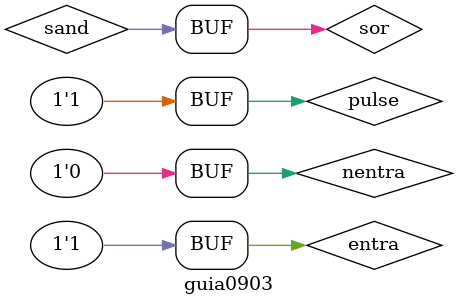
<source format=v>

`include "jkff1.v"

module guia0903;
reg pulse, entra;
wire a, b, c, d, e, a1, b1, c1, d1, e1, na, ne, nc, sand, nentra;

jkff1 jk5 (a, a1, entra, entra, b1, sor);
jkff1 jk4 (b, b1, entra, entra, c1, sor);
jkff1 jk3 (c, c1, entra, entra, d1, sor);
jkff1 jk2 (d, d1, entra, entra, e1, sor);
jkff1 jk1 (e, e1, entra, entra, pulse, sor);
not not1 (nentra, entra);
not nota (na, a1);
not notc (nc, c1);
not note (ne, e1);
and and1 (sand, na, b1, nc, d1, ne);
or or1 (sor, nentra, sand);


initial begin

$display ("guia0903");
$display ("teste - contador decadico decrescente  com 5 bits");
$display ("a , b,  c, d, e ");
$monitor ("%b , %b , %b, %b, %b", a, b, c, d, e );
#1 entra=1; pulse=1; 
#1 entra=1; pulse=0; 
#1 entra=1; pulse=1;
#1 entra=1; pulse=0;
#1 entra=1; pulse=1;
#1 entra=1; pulse=0;
#1 entra=1; pulse=1; 
#1 entra=1; pulse=0;
#1 entra=1; pulse=1;
end
endmodule





</source>
